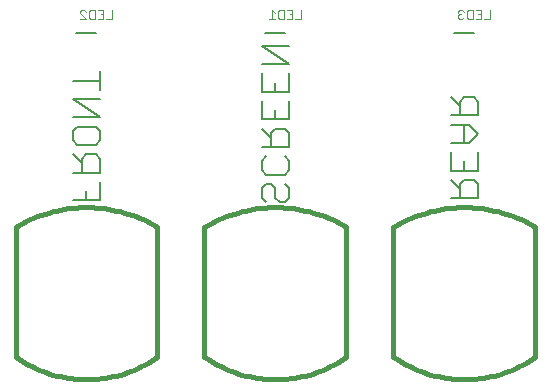
<source format=gbo>
G75*
%MOIN*%
%OFA0B0*%
%FSLAX24Y24*%
%IPPOS*%
%LPD*%
%AMOC8*
5,1,8,0,0,1.08239X$1,22.5*
%
%ADD10C,0.0160*%
%ADD11C,0.0080*%
%ADD12C,0.0060*%
%ADD13C,0.0030*%
D10*
X013940Y008034D02*
X013940Y012365D01*
X013940Y008034D02*
X014044Y007963D01*
X014150Y007895D01*
X014258Y007830D01*
X014368Y007769D01*
X014480Y007712D01*
X014594Y007657D01*
X014709Y007607D01*
X014825Y007559D01*
X014944Y007516D01*
X015063Y007476D01*
X015183Y007440D01*
X015305Y007407D01*
X015428Y007378D01*
X015551Y007353D01*
X015675Y007332D01*
X015800Y007315D01*
X015925Y007301D01*
X016050Y007292D01*
X016176Y007286D01*
X016302Y007284D01*
X016428Y007286D01*
X016554Y007292D01*
X016679Y007301D01*
X016804Y007315D01*
X016929Y007332D01*
X017053Y007353D01*
X017176Y007378D01*
X017299Y007407D01*
X017421Y007440D01*
X017541Y007476D01*
X017660Y007516D01*
X017779Y007559D01*
X017895Y007607D01*
X018010Y007657D01*
X018124Y007712D01*
X018236Y007769D01*
X018346Y007830D01*
X018454Y007895D01*
X018560Y007963D01*
X018664Y008034D01*
X018664Y012365D01*
X020239Y012365D02*
X020239Y008034D01*
X020239Y012365D02*
X020355Y012432D01*
X020473Y012496D01*
X020593Y012556D01*
X020714Y012613D01*
X020837Y012667D01*
X020962Y012716D01*
X021088Y012762D01*
X021215Y012805D01*
X021343Y012843D01*
X021473Y012878D01*
X021603Y012909D01*
X021735Y012936D01*
X021867Y012960D01*
X021999Y012979D01*
X022132Y012995D01*
X022266Y013007D01*
X022400Y013015D01*
X022534Y013019D01*
X022668Y013019D01*
X022802Y013015D01*
X022936Y013007D01*
X023070Y012995D01*
X023203Y012979D01*
X023335Y012960D01*
X023467Y012936D01*
X023599Y012909D01*
X023729Y012878D01*
X023859Y012843D01*
X023987Y012805D01*
X024114Y012762D01*
X024240Y012716D01*
X024365Y012667D01*
X024488Y012613D01*
X024609Y012556D01*
X024729Y012496D01*
X024847Y012432D01*
X024963Y012365D01*
X024963Y008034D01*
X026538Y008034D02*
X026538Y012365D01*
X026538Y008034D02*
X026642Y007963D01*
X026748Y007895D01*
X026856Y007830D01*
X026966Y007769D01*
X027078Y007712D01*
X027192Y007657D01*
X027307Y007607D01*
X027423Y007559D01*
X027542Y007516D01*
X027661Y007476D01*
X027781Y007440D01*
X027903Y007407D01*
X028026Y007378D01*
X028149Y007353D01*
X028273Y007332D01*
X028398Y007315D01*
X028523Y007301D01*
X028648Y007292D01*
X028774Y007286D01*
X028900Y007284D01*
X029026Y007286D01*
X029152Y007292D01*
X029277Y007301D01*
X029402Y007315D01*
X029527Y007332D01*
X029651Y007353D01*
X029774Y007378D01*
X029897Y007407D01*
X030019Y007440D01*
X030139Y007476D01*
X030258Y007516D01*
X030377Y007559D01*
X030493Y007607D01*
X030608Y007657D01*
X030722Y007712D01*
X030834Y007769D01*
X030944Y007830D01*
X031052Y007895D01*
X031158Y007963D01*
X031262Y008034D01*
X031262Y012365D01*
X031146Y012432D01*
X031028Y012496D01*
X030908Y012556D01*
X030787Y012613D01*
X030664Y012667D01*
X030539Y012716D01*
X030413Y012762D01*
X030286Y012805D01*
X030158Y012843D01*
X030028Y012878D01*
X029898Y012909D01*
X029766Y012936D01*
X029634Y012960D01*
X029502Y012979D01*
X029369Y012995D01*
X029235Y013007D01*
X029101Y013015D01*
X028967Y013019D01*
X028833Y013019D01*
X028699Y013015D01*
X028565Y013007D01*
X028431Y012995D01*
X028298Y012979D01*
X028166Y012960D01*
X028034Y012936D01*
X027902Y012909D01*
X027772Y012878D01*
X027642Y012843D01*
X027514Y012805D01*
X027387Y012762D01*
X027261Y012716D01*
X027136Y012667D01*
X027013Y012613D01*
X026892Y012556D01*
X026772Y012496D01*
X026654Y012432D01*
X026538Y012365D01*
X024963Y008034D02*
X024859Y007963D01*
X024753Y007895D01*
X024645Y007830D01*
X024535Y007769D01*
X024423Y007712D01*
X024309Y007657D01*
X024194Y007607D01*
X024078Y007559D01*
X023959Y007516D01*
X023840Y007476D01*
X023720Y007440D01*
X023598Y007407D01*
X023475Y007378D01*
X023352Y007353D01*
X023228Y007332D01*
X023103Y007315D01*
X022978Y007301D01*
X022853Y007292D01*
X022727Y007286D01*
X022601Y007284D01*
X022475Y007286D01*
X022349Y007292D01*
X022224Y007301D01*
X022099Y007315D01*
X021974Y007332D01*
X021850Y007353D01*
X021727Y007378D01*
X021604Y007407D01*
X021482Y007440D01*
X021362Y007476D01*
X021243Y007516D01*
X021124Y007559D01*
X021008Y007607D01*
X020893Y007657D01*
X020779Y007712D01*
X020667Y007769D01*
X020557Y007830D01*
X020449Y007895D01*
X020343Y007963D01*
X020239Y008034D01*
X018664Y012365D02*
X018548Y012432D01*
X018430Y012496D01*
X018310Y012556D01*
X018189Y012613D01*
X018066Y012667D01*
X017941Y012716D01*
X017815Y012762D01*
X017688Y012805D01*
X017560Y012843D01*
X017430Y012878D01*
X017300Y012909D01*
X017168Y012936D01*
X017036Y012960D01*
X016904Y012979D01*
X016771Y012995D01*
X016637Y013007D01*
X016503Y013015D01*
X016369Y013019D01*
X016235Y013019D01*
X016101Y013015D01*
X015967Y013007D01*
X015833Y012995D01*
X015700Y012979D01*
X015568Y012960D01*
X015436Y012936D01*
X015304Y012909D01*
X015174Y012878D01*
X015044Y012843D01*
X014916Y012805D01*
X014789Y012762D01*
X014663Y012716D01*
X014538Y012667D01*
X014415Y012613D01*
X014294Y012556D01*
X014174Y012496D01*
X014056Y012432D01*
X013940Y012365D01*
D11*
X015842Y013252D02*
X016763Y013252D01*
X016763Y013866D01*
X016763Y014173D02*
X016763Y014634D01*
X016609Y014787D01*
X016302Y014787D01*
X016149Y014634D01*
X016149Y014173D01*
X016149Y014480D02*
X015842Y014787D01*
X015995Y015094D02*
X015842Y015247D01*
X015842Y015554D01*
X015995Y015708D01*
X016609Y015708D01*
X016763Y015554D01*
X016763Y015247D01*
X016609Y015094D01*
X015995Y015094D01*
X015842Y016015D02*
X016763Y016015D01*
X015842Y016629D01*
X016763Y016629D01*
X016763Y016935D02*
X016763Y017549D01*
X016763Y017242D02*
X015842Y017242D01*
X015842Y014173D02*
X016763Y014173D01*
X016302Y013559D02*
X016302Y013252D01*
X022141Y013339D02*
X022294Y013186D01*
X022141Y013339D02*
X022141Y013646D01*
X022294Y013800D01*
X022448Y013800D01*
X022601Y013646D01*
X022601Y013339D01*
X022755Y013186D01*
X022908Y013186D01*
X023062Y013339D01*
X023062Y013646D01*
X022908Y013800D01*
X022908Y014106D02*
X022294Y014106D01*
X022141Y014260D01*
X022141Y014567D01*
X022294Y014720D01*
X022141Y015027D02*
X023062Y015027D01*
X023062Y015488D01*
X022908Y015641D01*
X022601Y015641D01*
X022448Y015488D01*
X022448Y015027D01*
X022448Y015334D02*
X022141Y015641D01*
X022141Y015948D02*
X022141Y016562D01*
X022141Y016869D02*
X022141Y017483D01*
X022141Y017790D02*
X023062Y017790D01*
X022141Y018403D01*
X023062Y018403D01*
X023062Y017483D02*
X023062Y016869D01*
X022141Y016869D01*
X022601Y016869D02*
X022601Y017176D01*
X023062Y016562D02*
X023062Y015948D01*
X022141Y015948D01*
X022601Y015948D02*
X022601Y016255D01*
X022908Y014720D02*
X023062Y014567D01*
X023062Y014260D01*
X022908Y014106D01*
X028440Y014240D02*
X028440Y014854D01*
X028440Y015161D02*
X029054Y015161D01*
X029361Y015468D01*
X029054Y015774D01*
X028440Y015774D01*
X028440Y016081D02*
X029361Y016081D01*
X029361Y016542D01*
X029207Y016695D01*
X028901Y016695D01*
X028747Y016542D01*
X028747Y016081D01*
X028747Y016388D02*
X028440Y016695D01*
X028901Y015774D02*
X028901Y015161D01*
X029361Y014854D02*
X029361Y014240D01*
X028440Y014240D01*
X028440Y013933D02*
X028747Y013626D01*
X028747Y013779D02*
X028747Y013319D01*
X028440Y013319D02*
X029361Y013319D01*
X029361Y013779D01*
X029207Y013933D01*
X028901Y013933D01*
X028747Y013779D01*
X028901Y014240D02*
X028901Y014547D01*
D12*
X028564Y018833D02*
X029236Y018833D01*
X022937Y018833D02*
X022265Y018833D01*
X016638Y018833D02*
X015966Y018833D01*
D13*
X016088Y019301D02*
X016281Y019301D01*
X016088Y019495D01*
X016088Y019543D01*
X016136Y019592D01*
X016233Y019592D01*
X016281Y019543D01*
X016383Y019543D02*
X016431Y019592D01*
X016576Y019592D01*
X016576Y019301D01*
X016431Y019301D01*
X016383Y019350D01*
X016383Y019543D01*
X016677Y019592D02*
X016871Y019592D01*
X016871Y019301D01*
X016677Y019301D01*
X016774Y019446D02*
X016871Y019446D01*
X016972Y019301D02*
X017165Y019301D01*
X017165Y019592D01*
X022387Y019301D02*
X022581Y019301D01*
X022484Y019301D02*
X022484Y019592D01*
X022581Y019495D01*
X022682Y019543D02*
X022730Y019592D01*
X022875Y019592D01*
X022875Y019301D01*
X022730Y019301D01*
X022682Y019350D01*
X022682Y019543D01*
X022976Y019592D02*
X023170Y019592D01*
X023170Y019301D01*
X022976Y019301D01*
X023073Y019446D02*
X023170Y019446D01*
X023271Y019301D02*
X023465Y019301D01*
X023465Y019592D01*
X028686Y019543D02*
X028686Y019495D01*
X028735Y019446D01*
X028686Y019398D01*
X028686Y019350D01*
X028735Y019301D01*
X028831Y019301D01*
X028880Y019350D01*
X028981Y019350D02*
X028981Y019543D01*
X029029Y019592D01*
X029174Y019592D01*
X029174Y019301D01*
X029029Y019301D01*
X028981Y019350D01*
X028880Y019543D02*
X028831Y019592D01*
X028735Y019592D01*
X028686Y019543D01*
X028735Y019446D02*
X028783Y019446D01*
X029276Y019301D02*
X029469Y019301D01*
X029469Y019592D01*
X029276Y019592D01*
X029372Y019446D02*
X029469Y019446D01*
X029570Y019301D02*
X029764Y019301D01*
X029764Y019592D01*
M02*

</source>
